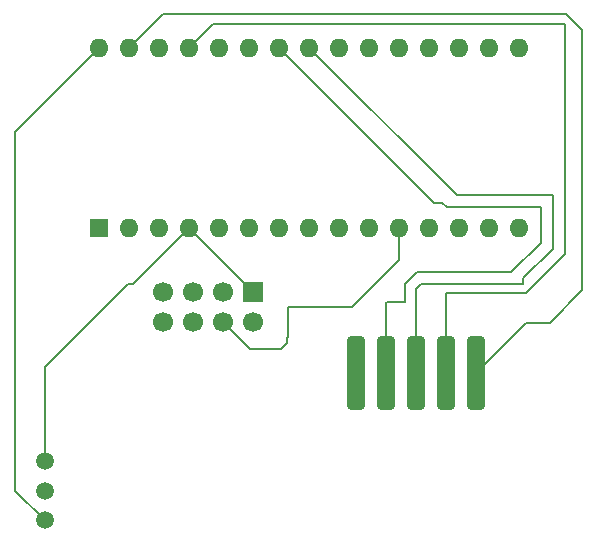
<source format=gbr>
%TF.GenerationSoftware,KiCad,Pcbnew,8.0.6*%
%TF.CreationDate,2024-12-04T15:20:49-05:00*%
%TF.ProjectId,gnahs,676e6168-732e-46b6-9963-61645f706362,rev?*%
%TF.SameCoordinates,Original*%
%TF.FileFunction,Copper,L1,Top*%
%TF.FilePolarity,Positive*%
%FSLAX46Y46*%
G04 Gerber Fmt 4.6, Leading zero omitted, Abs format (unit mm)*
G04 Created by KiCad (PCBNEW 8.0.6) date 2024-12-04 15:20:49*
%MOMM*%
%LPD*%
G01*
G04 APERTURE LIST*
G04 Aperture macros list*
%AMRoundRect*
0 Rectangle with rounded corners*
0 $1 Rounding radius*
0 $2 $3 $4 $5 $6 $7 $8 $9 X,Y pos of 4 corners*
0 Add a 4 corners polygon primitive as box body*
4,1,4,$2,$3,$4,$5,$6,$7,$8,$9,$2,$3,0*
0 Add four circle primitives for the rounded corners*
1,1,$1+$1,$2,$3*
1,1,$1+$1,$4,$5*
1,1,$1+$1,$6,$7*
1,1,$1+$1,$8,$9*
0 Add four rect primitives between the rounded corners*
20,1,$1+$1,$2,$3,$4,$5,0*
20,1,$1+$1,$4,$5,$6,$7,0*
20,1,$1+$1,$6,$7,$8,$9,0*
20,1,$1+$1,$8,$9,$2,$3,0*%
G04 Aperture macros list end*
%TA.AperFunction,SMDPad,CuDef*%
%ADD10RoundRect,0.381000X0.381000X-2.762000X0.381000X2.762000X-0.381000X2.762000X-0.381000X-2.762000X0*%
%TD*%
%TA.AperFunction,SMDPad,CuDef*%
%ADD11RoundRect,0.381000X-0.381000X2.762000X-0.381000X-2.762000X0.381000X-2.762000X0.381000X2.762000X0*%
%TD*%
%TA.AperFunction,ComponentPad*%
%ADD12C,1.500000*%
%TD*%
%TA.AperFunction,ComponentPad*%
%ADD13R,1.700000X1.700000*%
%TD*%
%TA.AperFunction,ComponentPad*%
%ADD14C,1.700000*%
%TD*%
%TA.AperFunction,ComponentPad*%
%ADD15R,1.600000X1.600000*%
%TD*%
%TA.AperFunction,ComponentPad*%
%ADD16O,1.600000X1.600000*%
%TD*%
%TA.AperFunction,Conductor*%
%ADD17C,0.200000*%
%TD*%
G04 APERTURE END LIST*
D10*
%TO.P,JS1,1,GND*%
%TO.N,Net-(JS1-GND)*%
X155500000Y-89000000D03*
%TO.P,JS1,2,Vcc*%
%TO.N,Net-(A1-+5V)*%
X152960000Y-89000000D03*
D11*
%TO.P,JS1,3,Vrx*%
%TO.N,Net-(A1-A4)*%
X150420000Y-89000000D03*
%TO.P,JS1,4,Vry*%
%TO.N,Net-(A1-A5)*%
X147880000Y-89000000D03*
%TO.P,JS1,5,BTN*%
%TO.N,unconnected-(JS1-BTN-Pad5)*%
X145340000Y-89000000D03*
%TD*%
D12*
%TO.P,BT2,1,+*%
%TO.N,Net-(A1-VIN)*%
X119000000Y-101500000D03*
%TO.P,BT2,2,pin_2*%
%TO.N,unconnected-(BT2-pin_2-Pad2)*%
X119000000Y-99000000D03*
%TO.P,BT2,3,-*%
%TO.N,Net-(BT2--)*%
X119000000Y-96500000D03*
%TD*%
D13*
%TO.P,U1,1,GND*%
%TO.N,Net-(BT2--)*%
X136625000Y-82210500D03*
D14*
%TO.P,U1,2,VCC*%
%TO.N,Net-(A1-3V3)*%
X136625000Y-84750500D03*
%TO.P,U1,3,CE*%
%TO.N,Net-(A1-D7)*%
X134085000Y-82210500D03*
%TO.P,U1,4,~{CSN}*%
%TO.N,Net-(A1-D8)*%
X134085000Y-84750500D03*
%TO.P,U1,5,SCK*%
%TO.N,Net-(A1-D13)*%
X131545000Y-82210500D03*
%TO.P,U1,6,MOSI*%
%TO.N,Net-(A1-D11)*%
X131545000Y-84750500D03*
%TO.P,U1,7,MISO*%
%TO.N,Net-(A1-D12)*%
X129005000Y-82210500D03*
%TO.P,U1,8,IRQ*%
%TO.N,unconnected-(U1-IRQ-Pad8)*%
X129005000Y-84750500D03*
%TD*%
D15*
%TO.P,A1,1,D1/TX*%
%TO.N,unconnected-(A1-D1{slash}TX-Pad1)*%
X123600000Y-76740000D03*
D16*
%TO.P,A1,2,D0/RX*%
%TO.N,unconnected-(A1-D0{slash}RX-Pad2)*%
X126140000Y-76740000D03*
%TO.P,A1,3,~{RESET}*%
%TO.N,unconnected-(A1-~{RESET}-Pad3)*%
X128680000Y-76740000D03*
%TO.P,A1,4,GND*%
%TO.N,Net-(BT2--)*%
X131220000Y-76740000D03*
%TO.P,A1,5,D2*%
%TO.N,unconnected-(A1-D2-Pad5)*%
X133760000Y-76740000D03*
%TO.P,A1,6,D3*%
%TO.N,unconnected-(A1-D3-Pad6)*%
X136300000Y-76740000D03*
%TO.P,A1,7,D4*%
%TO.N,unconnected-(A1-D4-Pad7)*%
X138840000Y-76740000D03*
%TO.P,A1,8,D5*%
%TO.N,unconnected-(A1-D5-Pad8)*%
X141380000Y-76740000D03*
%TO.P,A1,9,D6*%
%TO.N,unconnected-(A1-D6-Pad9)*%
X143920000Y-76740000D03*
%TO.P,A1,10,D7*%
%TO.N,Net-(A1-D7)*%
X146460000Y-76740000D03*
%TO.P,A1,11,D8*%
%TO.N,Net-(A1-D8)*%
X149000000Y-76740000D03*
%TO.P,A1,12,D9*%
%TO.N,unconnected-(A1-D9-Pad12)*%
X151540000Y-76740000D03*
%TO.P,A1,13,D10*%
%TO.N,unconnected-(A1-D10-Pad13)*%
X154080000Y-76740000D03*
%TO.P,A1,14,D11*%
%TO.N,Net-(A1-D11)*%
X156620000Y-76740000D03*
%TO.P,A1,15,D12*%
%TO.N,Net-(A1-D12)*%
X159160000Y-76740000D03*
%TO.P,A1,16,D13*%
%TO.N,Net-(A1-D13)*%
X159160000Y-61500000D03*
%TO.P,A1,17,3V3*%
%TO.N,Net-(A1-3V3)*%
X156620000Y-61500000D03*
%TO.P,A1,18,AREF*%
%TO.N,unconnected-(A1-AREF-Pad18)*%
X154080000Y-61500000D03*
%TO.P,A1,19,A0*%
%TO.N,unconnected-(A1-A0-Pad19)*%
X151540000Y-61500000D03*
%TO.P,A1,20,A1*%
%TO.N,unconnected-(A1-A1-Pad20)*%
X149000000Y-61500000D03*
%TO.P,A1,21,A2*%
%TO.N,unconnected-(A1-A2-Pad21)*%
X146460000Y-61500000D03*
%TO.P,A1,22,A3*%
%TO.N,unconnected-(A1-A3-Pad22)*%
X143920000Y-61500000D03*
%TO.P,A1,23,A4*%
%TO.N,Net-(A1-A4)*%
X141380000Y-61500000D03*
%TO.P,A1,24,A5*%
%TO.N,Net-(A1-A5)*%
X138840000Y-61500000D03*
%TO.P,A1,25,A6*%
%TO.N,unconnected-(A1-A6-Pad25)*%
X136300000Y-61500000D03*
%TO.P,A1,26,A7*%
%TO.N,unconnected-(A1-A7-Pad26)*%
X133760000Y-61500000D03*
%TO.P,A1,27,+5V*%
%TO.N,Net-(A1-+5V)*%
X131220000Y-61500000D03*
%TO.P,A1,28,~{RESET}*%
%TO.N,unconnected-(A1-~{RESET}-Pad28)*%
X128680000Y-61500000D03*
%TO.P,A1,29,GND*%
%TO.N,Net-(JS1-GND)*%
X126140000Y-61500000D03*
%TO.P,A1,30,VIN*%
%TO.N,Net-(A1-VIN)*%
X123600000Y-61500000D03*
%TD*%
D17*
%TO.N,Net-(JS1-GND)*%
X155500000Y-89000000D02*
X159720000Y-84780000D01*
X164500000Y-60000000D02*
X163101254Y-58601254D01*
X159720000Y-84780000D02*
X161720000Y-84780000D01*
X163101254Y-58601254D02*
X163009023Y-58608896D01*
X129031104Y-58608896D02*
X126140000Y-61500000D01*
X161720000Y-84780000D02*
X164500000Y-82000000D01*
X163009023Y-58608896D02*
X129031104Y-58608896D01*
X164500000Y-82000000D02*
X164500000Y-60000000D01*
%TO.N,Net-(A1-A5)*%
X147880000Y-83120000D02*
X148000000Y-83000000D01*
X149500000Y-83000000D02*
X149500000Y-81500000D01*
X149500000Y-81500000D02*
X150500000Y-80500000D01*
X158500000Y-80500000D02*
X161000000Y-78000000D01*
X148000000Y-83000000D02*
X149500000Y-83000000D01*
X147880000Y-89000000D02*
X147880000Y-83120000D01*
X150500000Y-80500000D02*
X158500000Y-80500000D01*
X152640000Y-74640000D02*
X151980000Y-74640000D01*
X161000000Y-75000000D02*
X153000000Y-75000000D01*
X153000000Y-75000000D02*
X152640000Y-74640000D01*
X161000000Y-78000000D02*
X161000000Y-75000000D01*
X151980000Y-74640000D02*
X138840000Y-61500000D01*
%TO.N,Net-(A1-A4)*%
X162000000Y-78500000D02*
X162000000Y-74000000D01*
X159500000Y-81500000D02*
X159500000Y-81000000D01*
X159500000Y-81000000D02*
X162000000Y-78500000D01*
X162000000Y-74000000D02*
X153880000Y-74000000D01*
%TO.N,Net-(A1-D8)*%
X134085000Y-84750500D02*
X136334500Y-87000000D01*
X136334500Y-87000000D02*
X139000000Y-87000000D01*
X139000000Y-87000000D02*
X139500000Y-86500000D01*
X139500000Y-86500000D02*
X139500000Y-86000000D01*
X139500000Y-86000000D02*
X139541186Y-85958814D01*
X139541186Y-85958814D02*
X139541186Y-83460660D01*
X139541186Y-83460660D02*
X145039340Y-83460660D01*
X145039340Y-83460660D02*
X149000000Y-79500000D01*
X149000000Y-79500000D02*
X149000000Y-76740000D01*
%TO.N,Net-(A1-A4)*%
X150875635Y-81500000D02*
X159500000Y-81500000D01*
X150420000Y-81955635D02*
X150875635Y-81500000D01*
%TO.N,Net-(BT2--)*%
X119000000Y-96500000D02*
X119000000Y-88500000D01*
X119000000Y-88500000D02*
X126000000Y-81500000D01*
X126000000Y-81500000D02*
X126460000Y-81500000D01*
X126460000Y-81500000D02*
X131220000Y-76740000D01*
%TO.N,Net-(A1-A4)*%
X153880000Y-74000000D02*
X141380000Y-61500000D01*
%TO.N,Net-(A1-+5V)*%
X163000000Y-79000000D02*
X163000000Y-59500000D01*
X152960000Y-82295635D02*
X159704365Y-82295635D01*
X133220000Y-59500000D02*
X131220000Y-61500000D01*
X159704365Y-82295635D02*
X163000000Y-79000000D01*
X163000000Y-59500000D02*
X133220000Y-59500000D01*
%TO.N,Net-(A1-VIN)*%
X119000000Y-101500000D02*
X116500000Y-99000000D01*
X116500000Y-99000000D02*
X116500000Y-68600000D01*
X116500000Y-68600000D02*
X123600000Y-61500000D01*
%TO.N,Net-(A1-A4)*%
X150420000Y-89000000D02*
X150420000Y-81955635D01*
%TO.N,Net-(BT2--)*%
X136625000Y-82210500D02*
X136625000Y-82145000D01*
X136625000Y-82145000D02*
X131220000Y-76740000D01*
%TO.N,Net-(A1-+5V)*%
X152960000Y-89000000D02*
X152960000Y-82295635D01*
%TD*%
M02*

</source>
